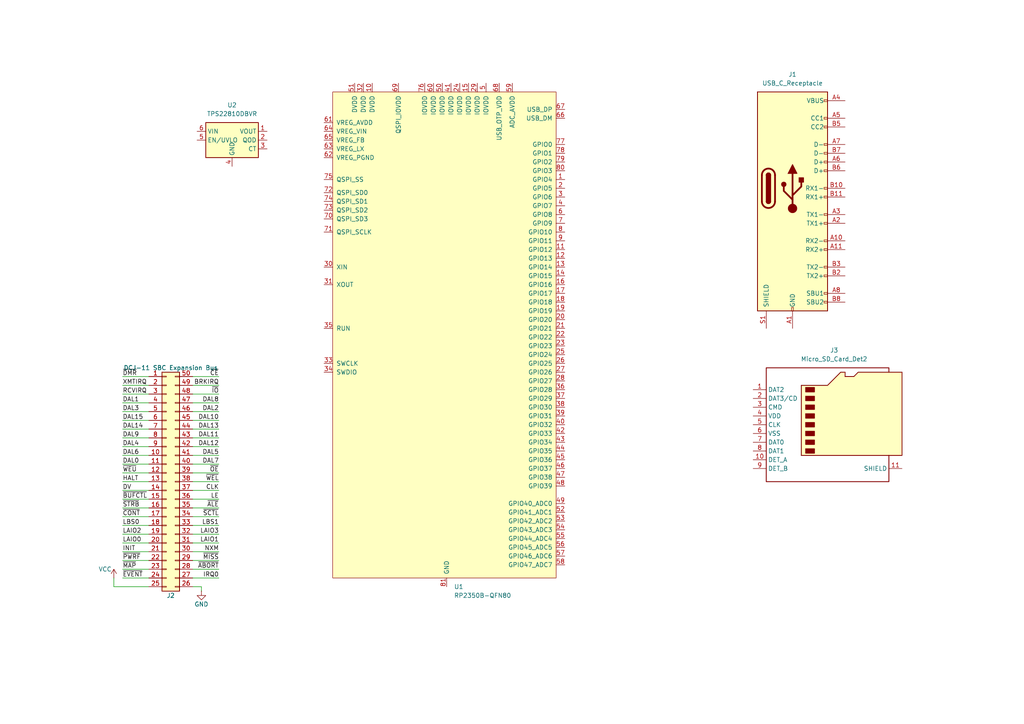
<source format=kicad_sch>
(kicad_sch (version 20250114) (generator "eeschema") (generator_version "9.0")
  (paper "A4")
  (lib_symbols
    (symbol "Connector:Micro_SD_Card_Det2"
      (property "Reference" "J" (at -16.51 17.78 0))
      (property "Value" "Micro_SD_Card_Det2" (at 16.51 17.78 0))
      (symbol "Micro_SD_Card_Det2_0_1"
        (polyline (pts (xy -8.89 -8.89) (xy -8.89 11.43) (xy -1.27 11.43) (xy 2.54 15.24) (xy 3.81 15.24) (xy 3.81 13.97) (xy 6.35 13.97) (xy 7.62 15.24) (xy 20.32 15.24) (xy 20.32 -8.89) (xy -8.89 -8.89)) (stroke (width 0.254)) (fill (type background)))
        (rectangle (start -7.62 10.795) (end -5.08 9.525) (stroke (width 0.254)) (fill (type outline)))
        (rectangle (start -7.62 8.255) (end -5.08 6.985) (stroke (width 0.254)) (fill (type outline)))
        (rectangle (start -7.62 5.715) (end -5.08 4.445) (stroke (width 0.254)) (fill (type outline)))
        (rectangle (start -7.62 3.175) (end -5.08 1.905) (stroke (width 0.254)) (fill (type outline)))
        (rectangle (start -7.62 0.635) (end -5.08 -0.635) (stroke (width 0.254)) (fill (type outline)))
        (rectangle (start -7.62 -1.905) (end -5.08 -3.175) (stroke (width 0.254)) (fill (type outline)))
        (rectangle (start -7.62 -4.445) (end -5.08 -5.715) (stroke (width 0.254)) (fill (type outline)))
        (rectangle (start -7.62 -6.985) (end -5.08 -8.255) (stroke (width 0.254)) (fill (type outline)))
        (polyline (pts (xy 16.51 15.24) (xy 16.51 16.51) (xy -19.05 16.51) (xy -19.05 -16.51) (xy 16.51 -16.51) (xy 16.51 -8.89)) (stroke (width 0.254)))
      )
      (symbol "Micro_SD_Card_Det2_1_1"
        (pin bidirectional line (at -22.86 10.16 0) (length 3.81) (name "DAT2") (number "1"))
        (pin bidirectional line (at -22.86 7.62 0) (length 3.81) (name "DAT3/CD") (number "2"))
        (pin input line (at -22.86 5.08 0) (length 3.81) (name "CMD") (number "3"))
        (pin power_in line (at -22.86 2.54 0) (length 3.81) (name "VDD") (number "4"))
        (pin input line (at -22.86 0 0) (length 3.81) (name "CLK") (number "5"))
        (pin power_in line (at -22.86 -2.54 0) (length 3.81) (name "VSS") (number "6"))
        (pin bidirectional line (at -22.86 -5.08 0) (length 3.81) (name "DAT0") (number "7"))
        (pin bidirectional line (at -22.86 -7.62 0) (length 3.81) (name "DAT1") (number "8"))
        (pin passive line (at -22.86 -10.16 0) (length 3.81) (name "DET_A") (number "10"))
        (pin passive line (at -22.86 -12.7 0) (length 3.81) (name "DET_B") (number "9"))
        (pin passive line (at 20.32 -12.7 180) (length 3.81) (name "SHIELD") (number "11"))
      )
    )
    (symbol "Connector:USB_C_Receptacle" (pin_names (offset 1.016))
      (property "Reference" "J" (at -10.16 29.21 0))
      (property "Value" "USB_C_Receptacle" (at 10.16 29.21 0))
      (symbol "USB_C_Receptacle_0_0"
        (rectangle (start -0.254 -35.56) (end 0.254 -34.544))
        (rectangle (start 10.16 25.654) (end 9.144 25.146))
        (rectangle (start 10.16 20.574) (end 9.144 20.066))
        (rectangle (start 10.16 18.034) (end 9.144 17.526))
        (rectangle (start 10.16 12.954) (end 9.144 12.446))
        (rectangle (start 10.16 10.414) (end 9.144 9.906))
        (rectangle (start 10.16 7.874) (end 9.144 7.366))
        (rectangle (start 10.16 5.334) (end 9.144 4.826))
        (rectangle (start 10.16 0.254) (end 9.144 -0.254))
        (rectangle (start 10.16 -2.286) (end 9.144 -2.794))
        (rectangle (start 10.16 -7.366) (end 9.144 -7.874))
        (rectangle (start 10.16 -9.906) (end 9.144 -10.414))
        (rectangle (start 10.16 -14.986) (end 9.144 -15.494))
        (rectangle (start 10.16 -17.526) (end 9.144 -18.034))
        (rectangle (start 10.16 -22.606) (end 9.144 -23.114))
        (rectangle (start 10.16 -25.146) (end 9.144 -25.654))
        (rectangle (start 10.16 -30.226) (end 9.144 -30.734))
        (rectangle (start 10.16 -32.766) (end 9.144 -33.274))
      )
      (symbol "USB_C_Receptacle_0_1"
        (rectangle (start -10.16 27.94) (end 10.16 -35.56) (stroke (width 0.254)) (fill (type background)))
        (polyline (pts (xy -8.89 -3.81) (xy -8.89 3.81)) (stroke (width 0.508)))
        (rectangle (start -7.62 -3.81) (end -6.35 3.81) (stroke (width 0.254)) (fill (type outline)))
        (arc (start -7.62 3.81) (mid -6.985 4.4423) (end -6.35 3.81) (stroke (width 0.254)))
        (arc (start -7.62 3.81) (mid -6.985 4.4423) (end -6.35 3.81) (stroke (width 0.254)) (fill (type outline)))
        (arc (start -8.89 3.81) (mid -6.985 5.7067) (end -5.08 3.81) (stroke (width 0.508)))
        (arc (start -5.08 -3.81) (mid -6.985 -5.7067) (end -8.89 -3.81) (stroke (width 0.508)))
        (arc (start -6.35 -3.81) (mid -6.985 -4.4423) (end -7.62 -3.81) (stroke (width 0.254)))
        (arc (start -6.35 -3.81) (mid -6.985 -4.4423) (end -7.62 -3.81) (stroke (width 0.254)) (fill (type outline)))
        (polyline (pts (xy -5.08 3.81) (xy -5.08 -3.81)) (stroke (width 0.508)))
      )
      (symbol "USB_C_Receptacle_1_1"
        (circle (center -2.54 1.143) (radius 0.635) (stroke (width 0.254)) (fill (type outline)))
        (polyline (pts (xy -1.27 4.318) (xy 0 6.858) (xy 1.27 4.318) (xy -1.27 4.318)) (stroke (width 0.254)) (fill (type outline)))
        (polyline (pts (xy 0 -2.032) (xy 2.54 0.508) (xy 2.54 1.778)) (stroke (width 0.508)))
        (polyline (pts (xy 0 -3.302) (xy -2.54 -0.762) (xy -2.54 0.508)) (stroke (width 0.508)))
        (polyline (pts (xy 0 -5.842) (xy 0 4.318)) (stroke (width 0.508)))
        (circle (center 0 -5.842) (radius 1.27) (fill (type outline)))
        (rectangle (start 1.905 1.778) (end 3.175 3.048) (stroke (width 0.254)) (fill (type outline)))
        (pin passive line (at -7.62 -40.64 90) (length 5.08) (name "SHIELD") (number "S1"))
        (pin passive line (at 0 -40.64 90) (length 5.08) (name "GND") (number "A1"))
        (pin passive line (at 0 -40.64 90) (length 5.08) (hide yes) (name "GND") (number "A12"))
        (pin passive line (at 0 -40.64 90) (length 5.08) (hide yes) (name "GND") (number "B1"))
        (pin passive line (at 0 -40.64 90) (length 5.08) (hide yes) (name "GND") (number "B12"))
        (pin passive line (at 15.24 25.4 180) (length 5.08) (name "VBUS") (number "A4"))
        (pin passive line (at 15.24 25.4 180) (length 5.08) (hide yes) (name "VBUS") (number "A9"))
        (pin passive line (at 15.24 25.4 180) (length 5.08) (hide yes) (name "VBUS") (number "B4"))
        (pin passive line (at 15.24 25.4 180) (length 5.08) (hide yes) (name "VBUS") (number "B9"))
        (pin bidirectional line (at 15.24 20.32 180) (length 5.08) (name "CC1") (number "A5"))
        (pin bidirectional line (at 15.24 17.78 180) (length 5.08) (name "CC2") (number "B5"))
        (pin bidirectional line (at 15.24 12.7 180) (length 5.08) (name "D-") (number "A7"))
        (pin bidirectional line (at 15.24 10.16 180) (length 5.08) (name "D-") (number "B7"))
        (pin bidirectional line (at 15.24 7.62 180) (length 5.08) (name "D+") (number "A6"))
        (pin bidirectional line (at 15.24 5.08 180) (length 5.08) (name "D+") (number "B6"))
        (pin bidirectional line (at 15.24 0 180) (length 5.08) (name "RX1-") (number "B10"))
        (pin bidirectional line (at 15.24 -2.54 180) (length 5.08) (name "RX1+") (number "B11"))
        (pin bidirectional line (at 15.24 -7.62 180) (length 5.08) (name "TX1-") (number "A3"))
        (pin bidirectional line (at 15.24 -10.16 180) (length 5.08) (name "TX1+") (number "A2"))
        (pin bidirectional line (at 15.24 -15.24 180) (length 5.08) (name "RX2-") (number "A10"))
        (pin bidirectional line (at 15.24 -17.78 180) (length 5.08) (name "RX2+") (number "A11"))
        (pin bidirectional line (at 15.24 -22.86 180) (length 5.08) (name "TX2-") (number "B3"))
        (pin bidirectional line (at 15.24 -25.4 180) (length 5.08) (name "TX2+") (number "B2"))
        (pin bidirectional line (at 15.24 -30.48 180) (length 5.08) (name "SBU1") (number "A8"))
        (pin bidirectional line (at 15.24 -33.02 180) (length 5.08) (name "SBU2") (number "B8"))
      )
    )
    (symbol "Connector_Generic:Conn_02x25_Counter_Clockwise" (pin_names (offset 1.016) (hide yes))
      (property "Reference" "J" (at 1.27 33.02 0))
      (property "Value" "Conn_02x25_Counter_Clockwise" (at 1.27 -33.02 0))
      (symbol "Conn_02x25_Counter_Clockwise_1_1"
        (rectangle (start -1.27 31.75) (end 3.81 -31.75) (stroke (width 0.254)) (fill (type background)))
        (rectangle (start -1.27 30.607) (end 0 30.353) (stroke (width 0.1524)))
        (rectangle (start -1.27 28.067) (end 0 27.813) (stroke (width 0.1524)))
        (rectangle (start -1.27 25.527) (end 0 25.273) (stroke (width 0.1524)))
        (rectangle (start -1.27 22.987) (end 0 22.733) (stroke (width 0.1524)))
        (rectangle (start -1.27 20.447) (end 0 20.193) (stroke (width 0.1524)))
        (rectangle (start -1.27 17.907) (end 0 17.653) (stroke (width 0.1524)))
        (rectangle (start -1.27 15.367) (end 0 15.113) (stroke (width 0.1524)))
        (rectangle (start -1.27 12.827) (end 0 12.573) (stroke (width 0.1524)))
        (rectangle (start -1.27 10.287) (end 0 10.033) (stroke (width 0.1524)))
        (rectangle (start -1.27 7.747) (end 0 7.493) (stroke (width 0.1524)))
        (rectangle (start -1.27 5.207) (end 0 4.953) (stroke (width 0.1524)))
        (rectangle (start -1.27 2.667) (end 0 2.413) (stroke (width 0.1524)))
        (rectangle (start -1.27 0.127) (end 0 -0.127) (stroke (width 0.1524)))
        (rectangle (start -1.27 -2.413) (end 0 -2.667) (stroke (width 0.1524)))
        (rectangle (start -1.27 -4.953) (end 0 -5.207) (stroke (width 0.1524)))
        (rectangle (start -1.27 -7.493) (end 0 -7.747) (stroke (width 0.1524)))
        (rectangle (start -1.27 -10.033) (end 0 -10.287) (stroke (width 0.1524)))
        (rectangle (start -1.27 -12.573) (end 0 -12.827) (stroke (width 0.1524)))
        (rectangle (start -1.27 -15.113) (end 0 -15.367) (stroke (width 0.1524)))
        (rectangle (start -1.27 -17.653) (end 0 -17.907) (stroke (width 0.1524)))
        (rectangle (start -1.27 -20.193) (end 0 -20.447) (stroke (width 0.1524)))
        (rectangle (start -1.27 -22.733) (end 0 -22.987) (stroke (width 0.1524)))
        (rectangle (start -1.27 -25.273) (end 0 -25.527) (stroke (width 0.1524)))
        (rectangle (start -1.27 -27.813) (end 0 -28.067) (stroke (width 0.1524)))
        (rectangle (start -1.27 -30.353) (end 0 -30.607) (stroke (width 0.1524)))
        (rectangle (start 3.81 30.607) (end 2.54 30.353) (stroke (width 0.1524)))
        (rectangle (start 3.81 28.067) (end 2.54 27.813) (stroke (width 0.1524)))
        (rectangle (start 3.81 25.527) (end 2.54 25.273) (stroke (width 0.1524)))
        (rectangle (start 3.81 22.987) (end 2.54 22.733) (stroke (width 0.1524)))
        (rectangle (start 3.81 20.447) (end 2.54 20.193) (stroke (width 0.1524)))
        (rectangle (start 3.81 17.907) (end 2.54 17.653) (stroke (width 0.1524)))
        (rectangle (start 3.81 15.367) (end 2.54 15.113) (stroke (width 0.1524)))
        (rectangle (start 3.81 12.827) (end 2.54 12.573) (stroke (width 0.1524)))
        (rectangle (start 3.81 10.287) (end 2.54 10.033) (stroke (width 0.1524)))
        (rectangle (start 3.81 7.747) (end 2.54 7.493) (stroke (width 0.1524)))
        (rectangle (start 3.81 5.207) (end 2.54 4.953) (stroke (width 0.1524)))
        (rectangle (start 3.81 2.667) (end 2.54 2.413) (stroke (width 0.1524)))
        (rectangle (start 3.81 0.127) (end 2.54 -0.127) (stroke (width 0.1524)))
        (rectangle (start 3.81 -2.413) (end 2.54 -2.667) (stroke (width 0.1524)))
        (rectangle (start 3.81 -4.953) (end 2.54 -5.207) (stroke (width 0.1524)))
        (rectangle (start 3.81 -7.493) (end 2.54 -7.747) (stroke (width 0.1524)))
        (rectangle (start 3.81 -10.033) (end 2.54 -10.287) (stroke (width 0.1524)))
        (rectangle (start 3.81 -12.573) (end 2.54 -12.827) (stroke (width 0.1524)))
        (rectangle (start 3.81 -15.113) (end 2.54 -15.367) (stroke (width 0.1524)))
        (rectangle (start 3.81 -17.653) (end 2.54 -17.907) (stroke (width 0.1524)))
        (rectangle (start 3.81 -20.193) (end 2.54 -20.447) (stroke (width 0.1524)))
        (rectangle (start 3.81 -22.733) (end 2.54 -22.987) (stroke (width 0.1524)))
        (rectangle (start 3.81 -25.273) (end 2.54 -25.527) (stroke (width 0.1524)))
        (rectangle (start 3.81 -27.813) (end 2.54 -28.067) (stroke (width 0.1524)))
        (rectangle (start 3.81 -30.353) (end 2.54 -30.607) (stroke (width 0.1524)))
        (pin passive line (at -5.08 30.48 0) (length 3.81) (name "Pin_1") (number "1"))
        (pin passive line (at -5.08 27.94 0) (length 3.81) (name "Pin_2") (number "2"))
        (pin passive line (at -5.08 25.4 0) (length 3.81) (name "Pin_3") (number "3"))
        (pin passive line (at -5.08 22.86 0) (length 3.81) (name "Pin_4") (number "4"))
        (pin passive line (at -5.08 20.32 0) (length 3.81) (name "Pin_5") (number "5"))
        (pin passive line (at -5.08 17.78 0) (length 3.81) (name "Pin_6") (number "6"))
        (pin passive line (at -5.08 15.24 0) (length 3.81) (name "Pin_7") (number "7"))
        (pin passive line (at -5.08 12.7 0) (length 3.81) (name "Pin_8") (number "8"))
        (pin passive line (at -5.08 10.16 0) (length 3.81) (name "Pin_9") (number "9"))
        (pin passive line (at -5.08 7.62 0) (length 3.81) (name "Pin_10") (number "10"))
        (pin passive line (at -5.08 5.08 0) (length 3.81) (name "Pin_11") (number "11"))
        (pin passive line (at -5.08 2.54 0) (length 3.81) (name "Pin_12") (number "12"))
        (pin passive line (at -5.08 0 0) (length 3.81) (name "Pin_13") (number "13"))
        (pin passive line (at -5.08 -2.54 0) (length 3.81) (name "Pin_14") (number "14"))
        (pin passive line (at -5.08 -5.08 0) (length 3.81) (name "Pin_15") (number "15"))
        (pin passive line (at -5.08 -7.62 0) (length 3.81) (name "Pin_16") (number "16"))
        (pin passive line (at -5.08 -10.16 0) (length 3.81) (name "Pin_17") (number "17"))
        (pin passive line (at -5.08 -12.7 0) (length 3.81) (name "Pin_18") (number "18"))
        (pin passive line (at -5.08 -15.24 0) (length 3.81) (name "Pin_19") (number "19"))
        (pin passive line (at -5.08 -17.78 0) (length 3.81) (name "Pin_20") (number "20"))
        (pin passive line (at -5.08 -20.32 0) (length 3.81) (name "Pin_21") (number "21"))
        (pin passive line (at -5.08 -22.86 0) (length 3.81) (name "Pin_22") (number "22"))
        (pin passive line (at -5.08 -25.4 0) (length 3.81) (name "Pin_23") (number "23"))
        (pin passive line (at -5.08 -27.94 0) (length 3.81) (name "Pin_24") (number "24"))
        (pin passive line (at -5.08 -30.48 0) (length 3.81) (name "Pin_25") (number "25"))
        (pin passive line (at 7.62 30.48 180) (length 3.81) (name "Pin_50") (number "50"))
        (pin passive line (at 7.62 27.94 180) (length 3.81) (name "Pin_49") (number "49"))
        (pin passive line (at 7.62 25.4 180) (length 3.81) (name "Pin_48") (number "48"))
        (pin passive line (at 7.62 22.86 180) (length 3.81) (name "Pin_47") (number "47"))
        (pin passive line (at 7.62 20.32 180) (length 3.81) (name "Pin_46") (number "46"))
        (pin passive line (at 7.62 17.78 180) (length 3.81) (name "Pin_45") (number "45"))
        (pin passive line (at 7.62 15.24 180) (length 3.81) (name "Pin_44") (number "44"))
        (pin passive line (at 7.62 12.7 180) (length 3.81) (name "Pin_43") (number "43"))
        (pin passive line (at 7.62 10.16 180) (length 3.81) (name "Pin_42") (number "42"))
        (pin passive line (at 7.62 7.62 180) (length 3.81) (name "Pin_41") (number "41"))
        (pin passive line (at 7.62 5.08 180) (length 3.81) (name "Pin_40") (number "40"))
        (pin passive line (at 7.62 2.54 180) (length 3.81) (name "Pin_39") (number "39"))
        (pin passive line (at 7.62 0 180) (length 3.81) (name "Pin_38") (number "38"))
        (pin passive line (at 7.62 -2.54 180) (length 3.81) (name "Pin_37") (number "37"))
        (pin passive line (at 7.62 -5.08 180) (length 3.81) (name "Pin_36") (number "36"))
        (pin passive line (at 7.62 -7.62 180) (length 3.81) (name "Pin_35") (number "35"))
        (pin passive line (at 7.62 -10.16 180) (length 3.81) (name "Pin_34") (number "34"))
        (pin passive line (at 7.62 -12.7 180) (length 3.81) (name "Pin_33") (number "33"))
        (pin passive line (at 7.62 -15.24 180) (length 3.81) (name "Pin_32") (number "32"))
        (pin passive line (at 7.62 -17.78 180) (length 3.81) (name "Pin_31") (number "31"))
        (pin passive line (at 7.62 -20.32 180) (length 3.81) (name "Pin_30") (number "30"))
        (pin passive line (at 7.62 -22.86 180) (length 3.81) (name "Pin_29") (number "29"))
        (pin passive line (at 7.62 -25.4 180) (length 3.81) (name "Pin_28") (number "28"))
        (pin passive line (at 7.62 -27.94 180) (length 3.81) (name "Pin_27") (number "27"))
        (pin passive line (at 7.62 -30.48 180) (length 3.81) (name "Pin_26") (number "26"))
      )
    )
    (symbol "MCU_RaspberryPi:RP2350B-QFN80" (pin_names (offset 1.016))
      (property "Reference" "U" (at 0 -1.27 0))
      (property "Value" "RP2350B-QFN80" (at 0 1.27 0))
      (symbol "RP2350B-QFN80_1_0"
        (pin passive line (at 0 -77.47 90) (length 2.54) (name "GND") (number "81"))
      )
      (symbol "RP2350B-QFN80_1_1"
        (rectangle (start -33.02 66.04) (end 31.75 -74.93) (fill (type background)))
        (pin power_in line (at -35.56 57.15 0) (length 2.54) (name "VREG_AVDD") (number "61"))
        (pin power_in line (at -35.56 54.61 0) (length 2.54) (name "VREG_VIN") (number "64"))
        (pin power_in line (at -35.56 52.07 0) (length 2.54) (name "VREG_FB") (number "65"))
        (pin power_out line (at -35.56 49.53 0) (length 2.54) (name "VREG_LX") (number "63"))
        (pin passive line (at -35.56 46.99 0) (length 2.54) (name "VREG_PGND") (number "62"))
        (pin bidirectional line (at -35.56 40.64 0) (length 2.54) (name "QSPI_SS") (number "75"))
        (pin bidirectional line (at -35.56 36.83 0) (length 2.54) (name "QSPI_SD0") (number "72"))
        (pin bidirectional line (at -35.56 34.29 0) (length 2.54) (name "QSPI_SD1") (number "74"))
        (pin bidirectional line (at -35.56 31.75 0) (length 2.54) (name "QSPI_SD2") (number "73"))
        (pin bidirectional line (at -35.56 29.21 0) (length 2.54) (name "QSPI_SD3") (number "70"))
        (pin bidirectional line (at -35.56 25.4 0) (length 2.54) (name "QSPI_SCLK") (number "71"))
        (pin input line (at -35.56 15.24 0) (length 2.54) (name "XIN") (number "30"))
        (pin output line (at -35.56 10.16 0) (length 2.54) (name "XOUT") (number "31"))
        (pin input line (at -35.56 -2.54 0) (length 2.54) (name "RUN") (number "35"))
        (pin bidirectional line (at -35.56 -12.7 0) (length 2.54) (name "SWCLK") (number "33"))
        (pin bidirectional line (at -35.56 -15.24 0) (length 2.54) (name "SWDIO") (number "34"))
        (pin power_in line (at -26.67 68.58 270) (length 2.54) (name "DVDD") (number "51"))
        (pin power_in line (at -24.13 68.58 270) (length 2.54) (name "DVDD") (number "32"))
        (pin power_in line (at -21.59 68.58 270) (length 2.54) (name "DVDD") (number "10"))
        (pin bidirectional line (at -13.97 68.58 270) (length 2.54) (name "QSPI_IOVDD") (number "69"))
        (pin power_in line (at -6.35 68.58 270) (length 2.54) (name "IOVDD") (number "76"))
        (pin power_in line (at -3.81 68.58 270) (length 2.54) (name "IOVDD") (number "60"))
        (pin power_in line (at -1.27 68.58 270) (length 2.54) (name "IOVDD") (number "50"))
        (pin power_in line (at 1.27 68.58 270) (length 2.54) (name "IOVDD") (number "41"))
        (pin power_in line (at 3.81 68.58 270) (length 2.54) (name "IOVDD") (number "24"))
        (pin power_in line (at 6.35 68.58 270) (length 2.54) (name "IOVDD") (number "15"))
        (pin power_in line (at 8.89 68.58 270) (length 2.54) (name "IOVDD") (number "29"))
        (pin power_in line (at 11.43 68.58 270) (length 2.54) (name "IOVDD") (number "5"))
        (pin power_in line (at 15.24 68.58 270) (length 2.54) (name "USB_OTP_VDD") (number "68"))
        (pin power_in line (at 19.05 68.58 270) (length 2.54) (name "ADC_AVDD") (number "59"))
        (pin bidirectional line (at 34.29 60.96 180) (length 2.54) (name "USB_DP") (number "67"))
        (pin bidirectional line (at 34.29 58.42 180) (length 2.54) (name "USB_DM") (number "66"))
        (pin bidirectional line (at 34.29 50.8 180) (length 2.54) (name "GPIO0") (number "77"))
        (pin bidirectional line (at 34.29 48.26 180) (length 2.54) (name "GPIO1") (number "78"))
        (pin bidirectional line (at 34.29 45.72 180) (length 2.54) (name "GPIO2") (number "79"))
        (pin bidirectional line (at 34.29 43.18 180) (length 2.54) (name "GPIO3") (number "80"))
        (pin bidirectional line (at 34.29 40.64 180) (length 2.54) (name "GPIO4") (number "1"))
        (pin bidirectional line (at 34.29 38.1 180) (length 2.54) (name "GPIO5") (number "2"))
        (pin bidirectional line (at 34.29 35.56 180) (length 2.54) (name "GPIO6") (number "3"))
        (pin bidirectional line (at 34.29 33.02 180) (length 2.54) (name "GPIO7") (number "4"))
        (pin bidirectional line (at 34.29 30.48 180) (length 2.54) (name "GPIO8") (number "6"))
        (pin bidirectional line (at 34.29 27.94 180) (length 2.54) (name "GPIO9") (number "7"))
        (pin bidirectional line (at 34.29 25.4 180) (length 2.54) (name "GPIO10") (number "8"))
        (pin bidirectional line (at 34.29 22.86 180) (length 2.54) (name "GPIO11") (number "9"))
        (pin bidirectional line (at 34.29 20.32 180) (length 2.54) (name "GPIO12") (number "11"))
        (pin bidirectional line (at 34.29 17.78 180) (length 2.54) (name "GPIO13") (number "12"))
        (pin bidirectional line (at 34.29 15.24 180) (length 2.54) (name "GPIO14") (number "13"))
        (pin bidirectional line (at 34.29 12.7 180) (length 2.54) (name "GPIO15") (number "14"))
        (pin bidirectional line (at 34.29 10.16 180) (length 2.54) (name "GPIO16") (number "16"))
        (pin bidirectional line (at 34.29 7.62 180) (length 2.54) (name "GPIO17") (number "17"))
        (pin bidirectional line (at 34.29 5.08 180) (length 2.54) (name "GPIO18") (number "18"))
        (pin bidirectional line (at 34.29 2.54 180) (length 2.54) (name "GPIO19") (number "19"))
        (pin bidirectional line (at 34.29 0 180) (length 2.54) (name "GPIO20") (number "20"))
        (pin bidirectional line (at 34.29 -2.54 180) (length 2.54) (name "GPIO21") (number "21"))
        (pin bidirectional line (at 34.29 -5.08 180) (length 2.54) (name "GPIO22") (number "22"))
        (pin bidirectional line (at 34.29 -7.62 180) (length 2.54) (name "GPIO23") (number "23"))
        (pin bidirectional line (at 34.29 -10.16 180) (length 2.54) (name "GPIO24") (number "25"))
        (pin bidirectional line (at 34.29 -12.7 180) (length 2.54) (name "GPIO25") (number "26"))
        (pin bidirectional line (at 34.29 -15.24 180) (length 2.54) (name "GPIO26") (number "27"))
        (pin bidirectional line (at 34.29 -17.78 180) (length 2.54) (name "GPIO27") (number "28"))
        (pin bidirectional line (at 34.29 -20.32 180) (length 2.54) (name "GPIO28") (number "36"))
        (pin bidirectional line (at 34.29 -22.86 180) (length 2.54) (name "GPIO29") (number "37"))
        (pin bidirectional line (at 34.29 -25.4 180) (length 2.54) (name "GPIO30") (number "38"))
        (pin bidirectional line (at 34.29 -27.94 180) (length 2.54) (name "GPIO31") (number "39"))
        (pin bidirectional line (at 34.29 -30.48 180) (length 2.54) (name "GPIO32") (number "40"))
        (pin bidirectional line (at 34.29 -33.02 180) (length 2.54) (name "GPIO33") (number "42"))
        (pin bidirectional line (at 34.29 -35.56 180) (length 2.54) (name "GPIO34") (number "43"))
        (pin bidirectional line (at 34.29 -38.1 180) (length 2.54) (name "GPIO35") (number "44"))
        (pin bidirectional line (at 34.29 -40.64 180) (length 2.54) (name "GPIO36") (number "45"))
        (pin bidirectional line (at 34.29 -43.18 180) (length 2.54) (name "GPIO37") (number "46"))
        (pin bidirectional line (at 34.29 -45.72 180) (length 2.54) (name "GPIO38") (number "47"))
        (pin bidirectional line (at 34.29 -48.26 180) (length 2.54) (name "GPIO39") (number "48"))
        (pin bidirectional line (at 34.29 -53.34 180) (length 2.54) (name "GPIO40_ADC0") (number "49"))
        (pin bidirectional line (at 34.29 -55.88 180) (length 2.54) (name "GPIO41_ADC1") (number "52"))
        (pin bidirectional line (at 34.29 -58.42 180) (length 2.54) (name "GPIO42_ADC2") (number "53"))
        (pin bidirectional line (at 34.29 -60.96 180) (length 2.54) (name "GPIO43_ADC3") (number "54"))
        (pin bidirectional line (at 34.29 -63.5 180) (length 2.54) (name "GPIO44_ADC4") (number "55"))
        (pin bidirectional line (at 34.29 -66.04 180) (length 2.54) (name "GPIO45_ADC5") (number "56"))
        (pin bidirectional line (at 34.29 -68.58 180) (length 2.54) (name "GPIO46_ADC6") (number "57"))
        (pin bidirectional line (at 34.29 -71.12 180) (length 2.54) (name "GPIO47_ADC7") (number "58"))
      )
    )
    (symbol "Power_Management:TPS22810DRV"
      (property "Reference" "U" (at -6.35 6.35 0))
      (property "Value" "TPS22810DRV" (at 7.62 -6.35 0))
      (symbol "TPS22810DRV_1_1"
        (rectangle (start -7.62 5.08) (end 7.62 -5.08) (stroke (width 0.254)) (fill (type background)))
        (pin power_in line (at -10.16 2.54 0) (length 2.54) (name "VIN") (number "6"))
        (pin input line (at -10.16 0 0) (length 2.54) (name "EN/UVLO") (number "5"))
        (pin power_in line (at 0 -7.62 90) (length 2.54) (name "GND") (number "4"))
        (pin passive line (at 0 -7.62 90) (length 2.54) (hide yes) (name "GND") (number "7"))
        (pin power_out line (at 10.16 2.54 180) (length 2.54) (name "VOUT") (number "1"))
        (pin open_collector line (at 10.16 0 180) (length 2.54) (name "QOD") (number "2"))
        (pin output line (at 10.16 -2.54 180) (length 2.54) (name "CT") (number "3"))
      )
    )
    (symbol "power:GND" (power) (pin_numbers (hide yes)) (pin_names (offset 0) (hide yes))
      (property "Value" "GND" (at 0 -3.81 0))
      (symbol "GND_0_1"
        (polyline (pts (xy 0 0) (xy 0 -1.27) (xy 1.27 -1.27) (xy 0 -2.54) (xy -1.27 -1.27) (xy 0 -1.27)))
      )
      (symbol "GND_1_1"
        (pin power_in line (at 0 0 270) (length 0) (name "~") (number "1"))
      )
    )
    (symbol "power:VCC" (power) (pin_numbers (hide yes)) (pin_names (offset 0) (hide yes))
      (property "Value" "VCC" (at 0 3.556 0))
      (symbol "VCC_0_1"
        (polyline (pts (xy -0.762 1.27) (xy 0 2.54)))
        (polyline (pts (xy 0 2.54) (xy 0.762 1.27)))
        (polyline (pts (xy 0 0) (xy 0 2.54)))
      )
      (symbol "VCC_1_1"
        (pin power_in line (at 0 0 90) (length 0) (name "~") (number "1"))
      )
    )
  )
  (wire (pts (xy 55.88 162.56) (xy 63.5 162.56)))
  (wire (pts (xy 35.56 139.7) (xy 43.18 139.7)))
  (wire (pts (xy 35.56 162.56) (xy 43.18 162.56)))
  (wire (pts (xy 35.56 152.4) (xy 43.18 152.4)))
  (wire (pts (xy 35.56 127) (xy 43.18 127)))
  (wire (pts (xy 35.56 144.78) (xy 43.18 144.78)))
  (wire (pts (xy 35.56 124.46) (xy 43.18 124.46)))
  (wire (pts (xy 35.56 154.94) (xy 43.18 154.94)))
  (wire (pts (xy 58.42 170.18) (xy 55.88 170.18)))
  (wire (pts (xy 55.88 144.78) (xy 63.5 144.78)))
  (wire (pts (xy 55.88 116.84) (xy 63.5 116.84)))
  (wire (pts (xy 35.56 167.64) (xy 43.18 167.64)))
  (wire (pts (xy 33.02 167.64) (xy 33.02 170.18)))
  (wire (pts (xy 35.56 111.76) (xy 43.18 111.76)))
  (wire (pts (xy 35.56 116.84) (xy 43.18 116.84)))
  (wire (pts (xy 35.56 121.92) (xy 43.18 121.92)))
  (wire (pts (xy 55.88 127) (xy 63.5 127)))
  (wire (pts (xy 55.88 114.3) (xy 63.5 114.3)))
  (wire (pts (xy 55.88 132.08) (xy 63.5 132.08)))
  (wire (pts (xy 35.56 114.3) (xy 43.18 114.3)))
  (wire (pts (xy 55.88 129.54) (xy 63.5 129.54)))
  (wire (pts (xy 55.88 152.4) (xy 63.5 152.4)))
  (wire (pts (xy 58.42 171.45) (xy 58.42 170.18)))
  (wire (pts (xy 35.56 132.08) (xy 43.18 132.08)))
  (wire (pts (xy 55.88 121.92) (xy 63.5 121.92)))
  (wire (pts (xy 55.88 149.86) (xy 63.5 149.86)))
  (wire (pts (xy 55.88 119.38) (xy 63.5 119.38)))
  (wire (pts (xy 33.02 170.18) (xy 43.18 170.18)))
  (wire (pts (xy 55.88 137.16) (xy 63.5 137.16)))
  (wire (pts (xy 35.56 160.02) (xy 43.18 160.02)))
  (wire (pts (xy 35.56 129.54) (xy 43.18 129.54)))
  (wire (pts (xy 35.56 109.22) (xy 43.18 109.22)))
  (wire (pts (xy 35.56 165.1) (xy 43.18 165.1)))
  (wire (pts (xy 55.88 134.62) (xy 63.5 134.62)))
  (wire (pts (xy 55.88 154.94) (xy 63.5 154.94)))
  (wire (pts (xy 35.56 142.24) (xy 43.18 142.24)))
  (wire (pts (xy 55.88 142.24) (xy 63.5 142.24)))
  (wire (pts (xy 55.88 167.64) (xy 63.5 167.64)))
  (wire (pts (xy 35.56 157.48) (xy 43.18 157.48)))
  (wire (pts (xy 35.56 137.16) (xy 43.18 137.16)))
  (wire (pts (xy 55.88 165.1) (xy 63.5 165.1)))
  (wire (pts (xy 35.56 134.62) (xy 43.18 134.62)))
  (wire (pts (xy 55.88 111.76) (xy 63.5 111.76)))
  (wire (pts (xy 35.56 149.86) (xy 43.18 149.86)))
  (wire (pts (xy 35.56 147.32) (xy 43.18 147.32)))
  (wire (pts (xy 55.88 147.32) (xy 63.5 147.32)))
  (wire (pts (xy 55.88 124.46) (xy 63.5 124.46)))
  (wire (pts (xy 55.88 139.7) (xy 63.5 139.7)))
  (wire (pts (xy 55.88 160.02) (xy 63.5 160.02)))
  (wire (pts (xy 55.88 157.48) (xy 63.5 157.48)))
  (wire (pts (xy 55.88 109.22) (xy 63.5 109.22)))
  (wire (pts (xy 35.56 119.38) (xy 43.18 119.38)))
  (label "DAL3" (at 35.56 119.38 0))
  (label "LE" (at 63.5 144.78 180))
  (label "DAL9" (at 35.56 127 0))
  (label "~{PWRF}" (at 35.56 162.56 0))
  (label "BRKIRQ" (at 63.5 111.76 180))
  (label "LAIO3" (at 63.5 154.94 180))
  (label "~{SCTL}" (at 63.5 149.86 180))
  (label "LBS0" (at 35.56 152.4 0))
  (label "~{OE}" (at 63.5 137.16 180))
  (label "LAIO0" (at 35.56 157.48 0))
  (label "DAL7" (at 63.5 134.62 180))
  (label "~{WEU}" (at 35.56 137.16 0))
  (label "RCVIRQ" (at 35.56 114.3 0))
  (label "INIT" (at 35.56 160.02 0))
  (label "~{CE}" (at 63.5 109.22 180))
  (label "HALT" (at 35.56 139.7 0))
  (label "~{CONT}" (at 35.56 149.86 0))
  (label "DAL2" (at 63.5 119.38 180))
  (label "~{WEL}" (at 63.5 139.7 180))
  (label "DAL11" (at 63.5 127 180))
  (label "~{STRB}" (at 35.56 147.32 0))
  (label "DAL8" (at 63.5 116.84 180))
  (label "DAL5" (at 63.5 132.08 180))
  (label "~{IO}" (at 63.5 114.3 180))
  (label "~{BUFCTL}" (at 35.56 144.78 0))
  (label "LAIO1" (at 63.5 157.48 180))
  (label "NXM" (at 63.5 160.02 180))
  (label "~{MISS}" (at 63.5 162.56 180))
  (label "DAL0" (at 35.56 134.62 0))
  (label "DAL10" (at 63.5 121.92 180))
  (label "CLK" (at 63.5 142.24 180))
  (label "DV" (at 35.56 142.24 0))
  (label "~{ABORT}" (at 63.5 165.1 180))
  (label "LBS1" (at 63.5 152.4 180))
  (label "DAL4" (at 35.56 129.54 0))
  (label "~{EVENT}" (at 35.56 167.64 0))
  (label "DAL15" (at 35.56 121.92 0))
  (label "DAL14" (at 35.56 124.46 0))
  (label "IRQ0" (at 63.5 167.64 180))
  (label "XMTIRQ" (at 35.56 111.76 0))
  (label "~{ALE}" (at 63.5 147.32 180))
  (label "~{MAP}" (at 35.56 165.1 0))
  (label "LAIO2" (at 35.56 154.94 0))
  (label "~{DMR}" (at 35.56 109.22 0))
  (label "DAL12" (at 63.5 129.54 180))
  (label "DAL6" (at 35.56 132.08 0))
  (label "DAL1" (at 35.56 116.84 0))
  (label "DAL13" (at 63.5 124.46 180))
  (symbol (lib_id "Power_Management:TPS22810DRV") (at 67.31 40.64 0) (unit 1)
    (property "Reference" "U2" (at 67.31 30.48 0))
    (property "Value" "TPS22810DBVR" (at 67.31 33.02 0))
    (property "Footprint" "Package_TO_SOT_SMD:SOT-23-6_Handsoldering" (effects (hide yes)))
    (property "Datasheet" "http://www.ti.com/lit/ds/symlink/tps22810.pdf" (effects (hide yes)))
    (property "Description" "2.7-18V, 79mohms On-Resistance Load Switch With Thermal Protection, WSON-6" (effects (hide yes)))
  )
  (symbol (lib_id "Connector_Generic:Conn_02x25_Counter_Clockwise") (at 48.26 139.7 0) (unit 1)
    (property "Reference" "J2" (at 49.53 172.72 0))
    (property "Value" "DCJ-11 SBC Expansion Bus" (at 49.53 106.68 0))
    (property "Description" "Generic connector, double row, 02x25, counter clockwise pin numbering scheme (similar to DIP package numbering), script generated (kicad-library-utils/schlib/autogen/connector/)" (effects (hide yes)))
  )
  (symbol (lib_id "Connector:Micro_SD_Card_Det2") (at 241.3 123.19 0) (unit 1)
    (property "Reference" "J3" (at 241.935 101.6 0))
    (property "Value" "Micro_SD_Card_Det2" (at 241.935 104.14 0))
    (property "Footprint" "Connector_Card:microSD_HC_Molex_104031-0811" (effects (hide yes)))
    (property "Datasheet" "https://www.hirose.com/en/product/document?clcode=&productname=&series=DM3&documenttype=Catalog&lang=en&documentid=D49662_en" (effects (hide yes)))
    (property "Description" "Micro SD Card Socket with two card detection pins" (effects (hide yes)))
  )
  (symbol (lib_id "power:GND") (at 58.42 171.45 0) (unit 1)
    (property "Reference" "#PWR053" (effects (hide yes)))
    (property "Value" "GND" (at 58.42 175.26 0))
    (property "Description" "Power symbol creates a global label with name \"GND\" , ground" (effects (hide yes)))
  )
  (symbol (lib_id "Connector:USB_C_Receptacle") (at 229.87 54.61 0) (unit 1)
    (property "Reference" "J1" (at 229.87 21.59 0))
    (property "Value" "USB_C_Receptacle" (at 229.87 24.13 0))
    (property "Footprint" "Connector_USB:USB_C_Receptacle_Amphenol_12401948E412A" (effects (hide yes)))
    (property "Datasheet" "https://www.usb.org/sites/default/files/documents/usb_type-c.zip" (effects (hide yes)))
    (property "Description" "USB Full-Featured Type-C Receptacle connector" (effects (hide yes)))
  )
  (symbol (lib_id "MCU_RaspberryPi:RP2350B-QFN80") (at 129.54 92.71 0) (unit 1)
    (property "Reference" "U1" (at 131.6833 170.18 0) (effects (justify left)))
    (property "Value" "RP2350B-QFN80" (at 131.6833 172.72 0) (effects (justify left)))
    (property "Footprint" "Package_DFN_QFN:RP2350B_QFN-80_EP_10.573x10.573_Pitch0.4mm" (effects (hide yes)))
  )
  (symbol (lib_id "power:VCC") (at 33.02 167.64 0) (unit 1)
    (property "Reference" "#PWR036" (effects (hide yes)))
    (property "Value" "VCC" (at 30.48 165.1 0))
    (property "Description" "Power symbol creates a global label with name \"VCC\"" (effects (hide yes)))
  )
)
</source>
